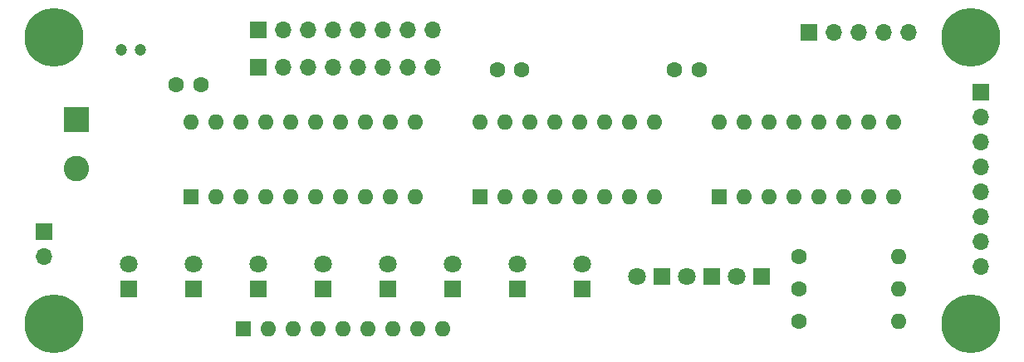
<source format=gbr>
%TF.GenerationSoftware,KiCad,Pcbnew,(5.1.9-0-10_14)*%
%TF.CreationDate,2021-05-20T01:37:57-04:00*%
%TF.ProjectId,REGISTER,52454749-5354-4455-922e-6b696361645f,rev?*%
%TF.SameCoordinates,Original*%
%TF.FileFunction,Soldermask,Top*%
%TF.FilePolarity,Negative*%
%FSLAX46Y46*%
G04 Gerber Fmt 4.6, Leading zero omitted, Abs format (unit mm)*
G04 Created by KiCad (PCBNEW (5.1.9-0-10_14)) date 2021-05-20 01:37:57*
%MOMM*%
%LPD*%
G01*
G04 APERTURE LIST*
%ADD10C,0.800000*%
%ADD11C,6.000000*%
%ADD12O,1.700000X1.700000*%
%ADD13R,1.700000X1.700000*%
%ADD14C,1.600000*%
%ADD15C,1.800000*%
%ADD16R,1.800000X1.800000*%
%ADD17C,1.200000*%
%ADD18O,1.600000X1.600000*%
%ADD19R,1.600000X1.600000*%
%ADD20C,2.600000*%
%ADD21R,2.600000X2.600000*%
G04 APERTURE END LIST*
D10*
%TO.C,REF\u002A\u002A*%
X161356990Y-67751010D03*
X159766000Y-67092000D03*
X158175010Y-67751010D03*
X157516000Y-69342000D03*
X158175010Y-70932990D03*
X159766000Y-71592000D03*
X161356990Y-70932990D03*
X162016000Y-69342000D03*
D11*
X159766000Y-69342000D03*
%TD*%
D10*
%TO.C,REF\u002A\u002A*%
X161356990Y-96961010D03*
X159766000Y-96302000D03*
X158175010Y-96961010D03*
X157516000Y-98552000D03*
X158175010Y-100142990D03*
X159766000Y-100802000D03*
X161356990Y-100142990D03*
X162016000Y-98552000D03*
D11*
X159766000Y-98552000D03*
%TD*%
D10*
%TO.C,REF\u002A\u002A*%
X67884990Y-96961010D03*
X66294000Y-96302000D03*
X64703010Y-96961010D03*
X64044000Y-98552000D03*
X64703010Y-100142990D03*
X66294000Y-100802000D03*
X67884990Y-100142990D03*
X68544000Y-98552000D03*
D11*
X66294000Y-98552000D03*
%TD*%
D10*
%TO.C,REF\u002A\u002A*%
X67884990Y-67751010D03*
X66294000Y-67092000D03*
X64703010Y-67751010D03*
X64044000Y-69342000D03*
X64703010Y-70932990D03*
X66294000Y-71592000D03*
X67884990Y-70932990D03*
X68544000Y-69342000D03*
D11*
X66294000Y-69342000D03*
%TD*%
D12*
%TO.C,J6*%
X153416000Y-68834000D03*
X150876000Y-68834000D03*
X148336000Y-68834000D03*
X145796000Y-68834000D03*
D13*
X143256000Y-68834000D03*
%TD*%
D12*
%TO.C,J2*%
X104902000Y-68580000D03*
X102362000Y-68580000D03*
X99822000Y-68580000D03*
X97282000Y-68580000D03*
X94742000Y-68580000D03*
X92202000Y-68580000D03*
X89662000Y-68580000D03*
D13*
X87122000Y-68580000D03*
%TD*%
D14*
%TO.C,C1*%
X114006000Y-72644000D03*
X111506000Y-72644000D03*
%TD*%
D15*
%TO.C,D11*%
X135890000Y-93726000D03*
D16*
X138430000Y-93726000D03*
%TD*%
D15*
%TO.C,D10*%
X130810000Y-93726000D03*
D16*
X133350000Y-93726000D03*
%TD*%
D15*
%TO.C,D9*%
X125730000Y-93726000D03*
D16*
X128270000Y-93726000D03*
%TD*%
D17*
%TO.C,C4*%
X75152000Y-70612000D03*
X73152000Y-70612000D03*
%TD*%
D14*
%TO.C,C3*%
X129580000Y-72644000D03*
X132080000Y-72644000D03*
%TD*%
%TO.C,C2*%
X78780000Y-74168000D03*
X81280000Y-74168000D03*
%TD*%
D18*
%TO.C,U3*%
X109728000Y-77978000D03*
X127508000Y-85598000D03*
X112268000Y-77978000D03*
X124968000Y-85598000D03*
X114808000Y-77978000D03*
X122428000Y-85598000D03*
X117348000Y-77978000D03*
X119888000Y-85598000D03*
X119888000Y-77978000D03*
X117348000Y-85598000D03*
X122428000Y-77978000D03*
X114808000Y-85598000D03*
X124968000Y-77978000D03*
X112268000Y-85598000D03*
X127508000Y-77978000D03*
D19*
X109728000Y-85598000D03*
%TD*%
D18*
%TO.C,U2*%
X134112000Y-77978000D03*
X151892000Y-85598000D03*
X136652000Y-77978000D03*
X149352000Y-85598000D03*
X139192000Y-77978000D03*
X146812000Y-85598000D03*
X141732000Y-77978000D03*
X144272000Y-85598000D03*
X144272000Y-77978000D03*
X141732000Y-85598000D03*
X146812000Y-77978000D03*
X139192000Y-85598000D03*
X149352000Y-77978000D03*
X136652000Y-85598000D03*
X151892000Y-77978000D03*
D19*
X134112000Y-85598000D03*
%TD*%
D18*
%TO.C,U1*%
X80264000Y-77978000D03*
X103124000Y-85598000D03*
X82804000Y-77978000D03*
X100584000Y-85598000D03*
X85344000Y-77978000D03*
X98044000Y-85598000D03*
X87884000Y-77978000D03*
X95504000Y-85598000D03*
X90424000Y-77978000D03*
X92964000Y-85598000D03*
X92964000Y-77978000D03*
X90424000Y-85598000D03*
X95504000Y-77978000D03*
X87884000Y-85598000D03*
X98044000Y-77978000D03*
X85344000Y-85598000D03*
X100584000Y-77978000D03*
X82804000Y-85598000D03*
X103124000Y-77978000D03*
D19*
X80264000Y-85598000D03*
%TD*%
D18*
%TO.C,RN1*%
X105918000Y-99060000D03*
X103378000Y-99060000D03*
X100838000Y-99060000D03*
X98298000Y-99060000D03*
X95758000Y-99060000D03*
X93218000Y-99060000D03*
X90678000Y-99060000D03*
X88138000Y-99060000D03*
D19*
X85598000Y-99060000D03*
%TD*%
D18*
%TO.C,R3*%
X152400000Y-91694000D03*
D14*
X142240000Y-91694000D03*
%TD*%
D18*
%TO.C,R2*%
X152400000Y-98298000D03*
D14*
X142240000Y-98298000D03*
%TD*%
D18*
%TO.C,R1*%
X152400000Y-94996000D03*
D14*
X142240000Y-94996000D03*
%TD*%
D12*
%TO.C,J8*%
X160782000Y-92710000D03*
X160782000Y-90170000D03*
X160782000Y-87630000D03*
X160782000Y-85090000D03*
X160782000Y-82550000D03*
X160782000Y-80010000D03*
X160782000Y-77470000D03*
D13*
X160782000Y-74930000D03*
%TD*%
D12*
%TO.C,J5*%
X104902000Y-72390000D03*
X102362000Y-72390000D03*
X99822000Y-72390000D03*
X97282000Y-72390000D03*
X94742000Y-72390000D03*
X92202000Y-72390000D03*
X89662000Y-72390000D03*
D13*
X87122000Y-72390000D03*
%TD*%
D12*
%TO.C,J3*%
X65278000Y-91694000D03*
D13*
X65278000Y-89154000D03*
%TD*%
D20*
%TO.C,J1*%
X68580000Y-82724000D03*
D21*
X68580000Y-77724000D03*
%TD*%
D15*
%TO.C,D8*%
X73914000Y-92456000D03*
D16*
X73914000Y-94996000D03*
%TD*%
D15*
%TO.C,D7*%
X80518000Y-92456000D03*
D16*
X80518000Y-94996000D03*
%TD*%
D15*
%TO.C,D6*%
X87122000Y-92456000D03*
D16*
X87122000Y-94996000D03*
%TD*%
D15*
%TO.C,D5*%
X93726000Y-92456000D03*
D16*
X93726000Y-94996000D03*
%TD*%
D15*
%TO.C,D4*%
X100330000Y-92456000D03*
D16*
X100330000Y-94996000D03*
%TD*%
D15*
%TO.C,D3*%
X106934000Y-92456000D03*
D16*
X106934000Y-94996000D03*
%TD*%
D15*
%TO.C,D2*%
X113538000Y-92456000D03*
D16*
X113538000Y-94996000D03*
%TD*%
D15*
%TO.C,D1*%
X120142000Y-92456000D03*
D16*
X120142000Y-94996000D03*
%TD*%
M02*

</source>
